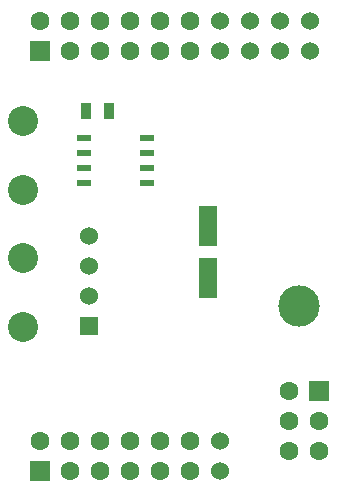
<source format=gbr>
G04 #@! TF.FileFunction,Soldermask,Bot*
%FSLAX46Y46*%
G04 Gerber Fmt 4.6, Leading zero omitted, Abs format (unit mm)*
G04 Created by KiCad (PCBNEW (2015-08-30 BZR 6133)-product) date Fr 30 Okt 2015 20:46:54 CET*
%MOMM*%
G01*
G04 APERTURE LIST*
%ADD10C,0.100000*%
%ADD11R,1.651000X1.651000*%
%ADD12C,1.600200*%
%ADD13C,1.524000*%
%ADD14C,2.540000*%
%ADD15R,0.889000X1.397000*%
%ADD16R,1.600200X3.500120*%
%ADD17R,1.143000X0.508000*%
%ADD18C,3.500000*%
%ADD19R,1.524000X1.524000*%
G04 APERTURE END LIST*
D10*
D11*
X88575000Y-118970000D03*
D12*
X88575000Y-116430000D03*
X91115000Y-118970000D03*
X91115000Y-116430000D03*
X93655000Y-118970000D03*
X93655000Y-116430000D03*
X96195000Y-118970000D03*
X96195000Y-116430000D03*
X98735000Y-118970000D03*
X98735000Y-116430000D03*
X101275000Y-118970000D03*
X101275000Y-116430000D03*
D13*
X103815000Y-118970000D03*
X103815000Y-116430000D03*
D11*
X88575000Y-83410000D03*
D12*
X88575000Y-80870000D03*
X91115000Y-83410000D03*
X91115000Y-80870000D03*
X93655000Y-83410000D03*
X93655000Y-80870000D03*
X96195000Y-83410000D03*
X96195000Y-80870000D03*
X98735000Y-83410000D03*
X98735000Y-80870000D03*
X101275000Y-83410000D03*
X101275000Y-80870000D03*
D13*
X103815000Y-83410000D03*
X103815000Y-80870000D03*
X106355000Y-83410000D03*
X106355000Y-80870000D03*
X108895000Y-83410000D03*
X108895000Y-80870000D03*
X111435000Y-83410000D03*
X111435000Y-80870000D03*
D11*
X112250000Y-112210000D03*
D12*
X109710000Y-112210000D03*
X112250000Y-114750000D03*
X109710000Y-114750000D03*
X112250000Y-117290000D03*
X109710000Y-117290000D03*
D14*
X87175000Y-101010000D03*
D15*
X94452500Y-88500000D03*
X92547500Y-88500000D03*
D16*
X102800000Y-98300360D03*
X102800000Y-102699640D03*
D14*
X87175000Y-89410000D03*
X87175000Y-95210000D03*
X87175000Y-106810000D03*
D17*
X92333000Y-90845000D03*
X97667000Y-90845000D03*
X92333000Y-92115000D03*
X92333000Y-93385000D03*
X92333000Y-94655000D03*
X97667000Y-92115000D03*
X97667000Y-93385000D03*
X97667000Y-94655000D03*
D18*
X110500000Y-105000000D03*
D19*
X92750000Y-106750000D03*
D13*
X92750000Y-104210000D03*
X92750000Y-101670000D03*
X92750000Y-99130000D03*
M02*

</source>
